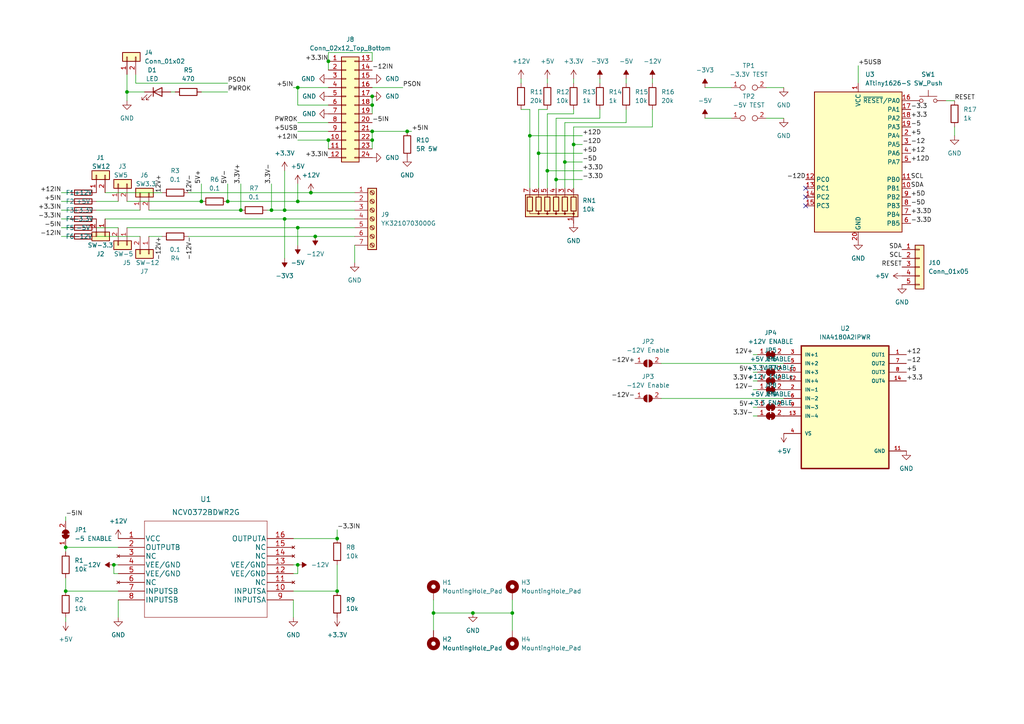
<source format=kicad_sch>
(kicad_sch (version 20211123) (generator eeschema)
  (paper "A4")
  (lib_symbols
    (symbol "2023-03-27_23-47-59:NCV0372BDWR2G" (pin_names (offset 0.254))
      (property "Reference" "U" (at 25.4 10.16 0))
      (property "Value" "NCV0372BDWR2G" (at 25.4 7.62 0))
      (symbol "NCV0372BDWR2G_1_1"
        (pin power_in line (at 0 0 0) (length 7.62) (name "VCC") (number "1"))
        (pin input line (at 50.8 -15.24 180) (length 7.62) (name "INPUTSA") (number "10"))
        (pin no_connect line (at 50.8 -12.7 180) (length 7.62) (name "NC") (number "11"))
        (pin power_in line (at 50.8 -10.16 180) (length 7.62) (name "VEE/GND") (number "12"))
        (pin power_in line (at 50.8 -7.62 180) (length 7.62) (name "VEE/GND") (number "13"))
        (pin no_connect line (at 50.8 -5.08 180) (length 7.62) (name "NC") (number "14"))
        (pin no_connect line (at 50.8 -2.54 180) (length 7.62) (name "NC") (number "15"))
        (pin output line (at 50.8 0 180) (length 7.62) (name "OUTPUTA") (number "16"))
        (pin output line (at 0 -2.54 0) (length 7.62) (name "OUTPUTB") (number "2"))
        (pin no_connect line (at 0 -5.08 0) (length 7.62) (name "NC") (number "3"))
        (pin power_in line (at 0 -7.62 0) (length 7.62) (name "VEE/GND") (number "4"))
        (pin power_in line (at 0 -10.16 0) (length 7.62) (name "VEE/GND") (number "5"))
        (pin no_connect line (at 0 -12.7 0) (length 7.62) (name "NC") (number "6"))
        (pin input line (at 0 -15.24 0) (length 7.62) (name "INPUTSB") (number "7"))
        (pin input line (at 0 -17.78 0) (length 7.62) (name "INPUTSB") (number "8"))
        (pin input line (at 50.8 -17.78 180) (length 7.62) (name "INPUTSA") (number "9"))
      )
    )
    (symbol "Connector:Screw_Terminal_01x07" (pin_names (offset 1.016) hide)
      (property "Reference" "J" (at 0 10.16 0))
      (property "Value" "Screw_Terminal_01x07" (at 0 -10.16 0))
      (symbol "Screw_Terminal_01x07_1_1"
        (pin passive line (at -5.08 7.62 0) (length 3.81) (name "Pin_1") (number "1"))
        (pin passive line (at -5.08 5.08 0) (length 3.81) (name "Pin_2") (number "2"))
        (pin passive line (at -5.08 2.54 0) (length 3.81) (name "Pin_3") (number "3"))
        (pin passive line (at -5.08 0 0) (length 3.81) (name "Pin_4") (number "4"))
        (pin passive line (at -5.08 -2.54 0) (length 3.81) (name "Pin_5") (number "5"))
        (pin passive line (at -5.08 -5.08 0) (length 3.81) (name "Pin_6") (number "6"))
        (pin passive line (at -5.08 -7.62 0) (length 3.81) (name "Pin_7") (number "7"))
      )
    )
    (symbol "Connector:TestPoint_2Pole" (pin_names (offset 0.762) hide)
      (property "Reference" "TP" (at 0 1.524 0))
      (property "Value" "TestPoint_2Pole" (at 0 -1.778 0))
      (symbol "TestPoint_2Pole_0_1"
        (pin passive line (at -5.08 0 0) (length 2.54) (name "1") (number "1"))
        (pin passive line (at 5.08 0 180) (length 2.54) (name "2") (number "2"))
      )
    )
    (symbol "Connector_Generic:Conn_01x02" (pin_names (offset 1.016) hide)
      (property "Reference" "J" (at 0 2.54 0))
      (property "Value" "Conn_01x02" (at 0 -5.08 0))
      (symbol "Conn_01x02_1_1"
        (pin passive line (at -5.08 0 0) (length 3.81) (name "Pin_1") (number "1"))
        (pin passive line (at -5.08 -2.54 0) (length 3.81) (name "Pin_2") (number "2"))
      )
    )
    (symbol "Connector_Generic:Conn_01x05" (pin_names (offset 1.016) hide)
      (property "Reference" "J" (at 0 7.62 0))
      (property "Value" "Conn_01x05" (at 0 -7.62 0))
      (symbol "Conn_01x05_1_1"
        (pin passive line (at -5.08 5.08 0) (length 3.81) (name "Pin_1") (number "1"))
        (pin passive line (at -5.08 2.54 0) (length 3.81) (name "Pin_2") (number "2"))
        (pin passive line (at -5.08 0 0) (length 3.81) (name "Pin_3") (number "3"))
        (pin passive line (at -5.08 -2.54 0) (length 3.81) (name "Pin_4") (number "4"))
        (pin passive line (at -5.08 -5.08 0) (length 3.81) (name "Pin_5") (number "5"))
      )
    )
    (symbol "Connector_Generic:Conn_02x12_Top_Bottom" (pin_names (offset 1.016) hide)
      (property "Reference" "J" (at 1.27 15.24 0))
      (property "Value" "Conn_02x12_Top_Bottom" (at 1.27 -17.78 0))
      (symbol "Conn_02x12_Top_Bottom_1_1"
        (pin passive line (at -5.08 12.7 0) (length 3.81) (name "Pin_1") (number "1"))
        (pin passive line (at -5.08 -10.16 0) (length 3.81) (name "Pin_10") (number "10"))
        (pin passive line (at -5.08 -12.7 0) (length 3.81) (name "Pin_11") (number "11"))
        (pin passive line (at -5.08 -15.24 0) (length 3.81) (name "Pin_12") (number "12"))
        (pin passive line (at 7.62 12.7 180) (length 3.81) (name "Pin_13") (number "13"))
        (pin passive line (at 7.62 10.16 180) (length 3.81) (name "Pin_14") (number "14"))
        (pin passive line (at 7.62 7.62 180) (length 3.81) (name "Pin_15") (number "15"))
        (pin passive line (at 7.62 5.08 180) (length 3.81) (name "Pin_16") (number "16"))
        (pin passive line (at 7.62 2.54 180) (length 3.81) (name "Pin_17") (number "17"))
        (pin passive line (at 7.62 0 180) (length 3.81) (name "Pin_18") (number "18"))
        (pin passive line (at 7.62 -2.54 180) (length 3.81) (name "Pin_19") (number "19"))
        (pin passive line (at -5.08 10.16 0) (length 3.81) (name "Pin_2") (number "2"))
        (pin passive line (at 7.62 -5.08 180) (length 3.81) (name "Pin_20") (number "20"))
        (pin passive line (at 7.62 -7.62 180) (length 3.81) (name "Pin_21") (number "21"))
        (pin passive line (at 7.62 -10.16 180) (length 3.81) (name "Pin_22") (number "22"))
        (pin passive line (at 7.62 -12.7 180) (length 3.81) (name "Pin_23") (number "23"))
        (pin passive line (at 7.62 -15.24 180) (length 3.81) (name "Pin_24") (number "24"))
        (pin passive line (at -5.08 7.62 0) (length 3.81) (name "Pin_3") (number "3"))
        (pin passive line (at -5.08 5.08 0) (length 3.81) (name "Pin_4") (number "4"))
        (pin passive line (at -5.08 2.54 0) (length 3.81) (name "Pin_5") (number "5"))
        (pin passive line (at -5.08 0 0) (length 3.81) (name "Pin_6") (number "6"))
        (pin passive line (at -5.08 -2.54 0) (length 3.81) (name "Pin_7") (number "7"))
        (pin passive line (at -5.08 -5.08 0) (length 3.81) (name "Pin_8") (number "8"))
        (pin passive line (at -5.08 -7.62 0) (length 3.81) (name "Pin_9") (number "9"))
      )
    )
    (symbol "Device:Fuse" (pin_numbers hide) (pin_names (offset 0))
      (property "Reference" "F" (at 2.032 0 90))
      (property "Value" "Fuse" (at -1.905 0 90))
      (symbol "Fuse_1_1"
        (pin passive line (at 0 3.81 270) (length 1.27) (name "~") (number "1"))
        (pin passive line (at 0 -3.81 90) (length 1.27) (name "~") (number "2"))
      )
    )
    (symbol "Device:LED" (pin_numbers hide) (pin_names (offset 1.016) hide)
      (property "Reference" "D" (at 0 2.54 0))
      (property "Value" "LED" (at 0 -2.54 0))
      (symbol "LED_1_1"
        (pin passive line (at -3.81 0 0) (length 2.54) (name "K") (number "1"))
        (pin passive line (at 3.81 0 180) (length 2.54) (name "A") (number "2"))
      )
    )
    (symbol "Device:R" (pin_numbers hide) (pin_names (offset 0))
      (property "Reference" "R" (at 2.032 0 90))
      (property "Value" "R" (at 0 0 90))
      (symbol "R_1_1"
        (pin passive line (at 0 3.81 270) (length 1.27) (name "~") (number "1"))
        (pin passive line (at 0 -3.81 90) (length 1.27) (name "~") (number "2"))
      )
    )
    (symbol "Device:R_Network06" (pin_names (offset 0) hide)
      (property "Reference" "RN" (at -10.16 0 90))
      (property "Value" "R_Network06" (at 7.62 0 90))
      (symbol "R_Network06_1_1"
        (pin passive line (at -7.62 5.08 270) (length 2.54) (name "common") (number "1"))
        (pin passive line (at -7.62 -5.08 90) (length 1.27) (name "R1") (number "2"))
        (pin passive line (at -5.08 -5.08 90) (length 1.27) (name "R2") (number "3"))
        (pin passive line (at -2.54 -5.08 90) (length 1.27) (name "R3") (number "4"))
        (pin passive line (at 0 -5.08 90) (length 1.27) (name "R4") (number "5"))
        (pin passive line (at 2.54 -5.08 90) (length 1.27) (name "R5") (number "6"))
        (pin passive line (at 5.08 -5.08 90) (length 1.27) (name "R6") (number "7"))
      )
    )
    (symbol "INA4180A1IPWR:INA4180A1IPWR" (pin_names (offset 1.016))
      (property "Reference" "U" (at -12.7 18.7706 0))
      (property "Value" "INA4180A1IPWR" (at -12.7 -21.7678 0))
      (symbol "INA4180A1IPWR_0_0"
        (pin output line (at 17.78 15.24 180) (length 5.08) (name "OUT1") (number "1"))
        (pin input line (at -17.78 10.16 0) (length 5.08) (name "IN+3") (number "10"))
        (pin power_in line (at 17.78 -12.7 180) (length 5.08) (name "GND") (number "11"))
        (pin input line (at -17.78 7.62 0) (length 5.08) (name "IN+4") (number "12"))
        (pin input line (at -17.78 -2.54 0) (length 5.08) (name "IN-4") (number "13"))
        (pin output line (at 17.78 7.62 180) (length 5.08) (name "OUT4") (number "14"))
        (pin input line (at -17.78 5.08 0) (length 5.08) (name "IN-1") (number "2"))
        (pin input line (at -17.78 15.24 0) (length 5.08) (name "IN+1") (number "3"))
        (pin bidirectional line (at -17.78 -7.62 0) (length 5.08) (name "VS") (number "4"))
        (pin input line (at -17.78 12.7 0) (length 5.08) (name "IN+2") (number "5"))
        (pin input line (at -17.78 2.54 0) (length 5.08) (name "IN-2") (number "6"))
        (pin output line (at 17.78 12.7 180) (length 5.08) (name "OUT2") (number "7"))
        (pin output line (at 17.78 10.16 180) (length 5.08) (name "OUT3") (number "8"))
        (pin input line (at -17.78 0 0) (length 5.08) (name "IN-3") (number "9"))
      )
    )
    (symbol "Jumper:SolderJumper_2_Bridged" (pin_names (offset 0) hide)
      (property "Reference" "JP" (at 0 2.032 0))
      (property "Value" "SolderJumper_2_Bridged" (at 0 -2.54 0))
      (symbol "SolderJumper_2_Bridged_1_1"
        (pin passive line (at -3.81 0 0) (length 2.54) (name "A") (number "1"))
        (pin passive line (at 3.81 0 180) (length 2.54) (name "B") (number "2"))
      )
    )
    (symbol "Jumper:SolderJumper_2_Open" (pin_names (offset 0) hide)
      (property "Reference" "JP" (at 0 2.032 0))
      (property "Value" "SolderJumper_2_Open" (at 0 -2.54 0))
      (symbol "SolderJumper_2_Open_1_1"
        (pin passive line (at -3.81 0 0) (length 2.54) (name "A") (number "1"))
        (pin passive line (at 3.81 0 180) (length 2.54) (name "B") (number "2"))
      )
    )
    (symbol "MCU_Microchip_ATtiny:ATtiny1626-S"
      (property "Reference" "U" (at -12.7 21.59 0))
      (property "Value" "ATtiny1626-S" (at 2.54 -21.59 0))
      (symbol "ATtiny1626-S_1_1"
        (pin power_in line (at 0 22.86 270) (length 2.54) (name "VCC") (number "1"))
        (pin bidirectional line (at 15.24 -7.62 180) (length 2.54) (name "PB1") (number "10"))
        (pin bidirectional line (at 15.24 -5.08 180) (length 2.54) (name "PB0") (number "11"))
        (pin bidirectional line (at -15.24 -5.08 0) (length 2.54) (name "PC0") (number "12"))
        (pin bidirectional line (at -15.24 -7.62 0) (length 2.54) (name "PC1") (number "13"))
        (pin bidirectional line (at -15.24 -10.16 0) (length 2.54) (name "PC2") (number "14"))
        (pin bidirectional line (at -15.24 -12.7 0) (length 2.54) (name "PC3") (number "15"))
        (pin bidirectional line (at 15.24 17.78 180) (length 2.54) (name "~{RESET}/PA0") (number "16"))
        (pin bidirectional line (at 15.24 15.24 180) (length 2.54) (name "PA1") (number "17"))
        (pin bidirectional line (at 15.24 12.7 180) (length 2.54) (name "PA2") (number "18"))
        (pin bidirectional line (at 15.24 10.16 180) (length 2.54) (name "PA3") (number "19"))
        (pin bidirectional line (at 15.24 7.62 180) (length 2.54) (name "PA4") (number "2"))
        (pin power_in line (at 0 -22.86 90) (length 2.54) (name "GND") (number "20"))
        (pin bidirectional line (at 15.24 5.08 180) (length 2.54) (name "PA5") (number "3"))
        (pin bidirectional line (at 15.24 2.54 180) (length 2.54) (name "PA6") (number "4"))
        (pin bidirectional line (at 15.24 0 180) (length 2.54) (name "PA7") (number "5"))
        (pin bidirectional line (at 15.24 -17.78 180) (length 2.54) (name "PB5") (number "6"))
        (pin bidirectional line (at 15.24 -15.24 180) (length 2.54) (name "PB4") (number "7"))
        (pin bidirectional line (at 15.24 -12.7 180) (length 2.54) (name "PB3") (number "8"))
        (pin bidirectional line (at 15.24 -10.16 180) (length 2.54) (name "PB2") (number "9"))
      )
    )
    (symbol "Mechanical:MountingHole_Pad" (pin_numbers hide) (pin_names (offset 1.016) hide)
      (property "Reference" "H" (at 0 6.35 0))
      (property "Value" "MountingHole_Pad" (at 0 4.445 0))
      (symbol "MountingHole_Pad_1_1"
        (pin input line (at 0 -2.54 90) (length 2.54) (name "1") (number "1"))
      )
    )
    (symbol "Switch:SW_Push" (pin_numbers hide) (pin_names (offset 1.016) hide)
      (property "Reference" "SW" (at 1.27 2.54 0))
      (property "Value" "SW_Push" (at 0 -1.524 0))
      (symbol "SW_Push_0_1"
        (pin passive line (at -5.08 0 0) (length 2.54) (name "1") (number "1"))
        (pin passive line (at 5.08 0 180) (length 2.54) (name "2") (number "2"))
      )
    )
    (symbol "power:+12V" (power) (pin_names (offset 0))
      (property "Value" "+12V" (at 0 3.556 0))
      (symbol "+12V_1_1"
        (pin power_in line (at 0 0 90) (length 0) hide (name "+12V") (number "1"))
      )
    )
    (symbol "power:+3.3V" (power) (pin_names (offset 0))
      (property "Value" "+3.3V" (at 0 3.556 0))
      (symbol "+3.3V_1_1"
        (pin power_in line (at 0 0 90) (length 0) hide (name "+3.3V") (number "1"))
      )
    )
    (symbol "power:+5V" (power) (pin_names (offset 0))
      (property "Value" "+5V" (at 0 3.556 0))
      (symbol "+5V_1_1"
        (pin power_in line (at 0 0 90) (length 0) hide (name "+5V") (number "1"))
      )
    )
    (symbol "power:-12V" (power) (pin_names (offset 0))
      (property "Value" "-12V" (at 0 3.81 0))
      (symbol "-12V_0_0"
        (pin power_in line (at 0 0 90) (length 0) hide (name "-12V") (number "1"))
      )
    )
    (symbol "power:-3V3" (power) (pin_names (offset 0))
      (property "Value" "-3V3" (at 0 3.81 0))
      (symbol "-3V3_0_0"
        (pin power_in line (at 0 0 90) (length 0) hide (name "-3V3") (number "1"))
      )
    )
    (symbol "power:-5V" (power) (pin_names (offset 0))
      (property "Value" "-5V" (at 0 3.81 0))
      (symbol "-5V_0_0"
        (pin power_in line (at 0 0 90) (length 0) hide (name "-5V") (number "1"))
      )
    )
    (symbol "power:GND" (power) (pin_names (offset 0))
      (property "Value" "GND" (at 0 -3.81 0))
      (symbol "GND_1_1"
        (pin power_in line (at 0 0 270) (length 0) hide (name "GND") (number "1"))
      )
    )
  )
  (junction (at 95.25 17.78))
  (junction (at 97.79 156.21))
  (junction (at 69.85 60.96))
  (junction (at 107.95 38.1))
  (junction (at 86.36 66.04))
  (junction (at 118.11 38.1))
  (junction (at 153.67 39.37))
  (junction (at 161.29 52.07))
  (junction (at 19.05 171.45))
  (junction (at 125.73 177.8))
  (junction (at 163.83 46.99))
  (junction (at 36.83 26.67))
  (junction (at 107.95 30.48))
  (junction (at 156.21 44.45))
  (junction (at 166.37 41.91))
  (junction (at 158.75 49.53))
  (junction (at 19.05 158.75))
  (junction (at 97.79 171.45))
  (junction (at 107.95 40.64))
  (junction (at 90.17 55.88))
  (junction (at 82.55 60.96))
  (junction (at 33.02 163.83))
  (junction (at 95.25 40.64))
  (junction (at 148.59 177.8))
  (junction (at 58.42 58.42))
  (junction (at 86.36 163.83))
  (junction (at 86.36 25.4))
  (junction (at 78.74 60.96))
  (junction (at 91.44 68.58))
  (junction (at 107.95 27.94))
  (junction (at 82.55 63.5))
  (junction (at 86.36 58.42))
  (junction (at 137.16 177.8))
  (junction (at 66.04 58.42))
  (no_connect (at 233.68 59.69))
  (no_connect (at 233.68 57.15))
  (no_connect (at 233.68 54.61))
  (wire (pts (xy 19.05 149.86) (xy 19.05 151.13)))
  (wire (pts (xy 85.09 163.83) (xy 86.36 163.83)))
  (wire (pts (xy 86.36 25.4) (xy 95.25 25.4)))
  (wire (pts (xy 166.37 22.86) (xy 166.37 24.13)))
  (wire (pts (xy 137.16 177.8) (xy 125.73 177.8)))
  (wire (pts (xy 27.94 58.42) (xy 34.29 58.42)))
  (wire (pts (xy 86.36 38.1) (xy 95.25 38.1)))
  (wire (pts (xy 153.67 31.75) (xy 151.13 31.75)))
  (wire (pts (xy 173.99 22.86) (xy 173.99 24.13)))
  (wire (pts (xy 36.83 26.67) (xy 41.91 26.67)))
  (wire (pts (xy 86.36 30.48) (xy 86.36 25.4)))
  (wire (pts (xy 77.47 60.96) (xy 78.74 60.96)))
  (wire (pts (xy 17.78 58.42) (xy 20.32 58.42)))
  (wire (pts (xy 156.21 44.45) (xy 168.91 44.45)))
  (wire (pts (xy 36.83 66.04) (xy 86.36 66.04)))
  (wire (pts (xy 107.95 30.48) (xy 107.95 33.02)))
  (wire (pts (xy 107.95 25.4) (xy 116.84 25.4)))
  (wire (pts (xy 85.09 156.21) (xy 97.79 156.21)))
  (wire (pts (xy 204.47 34.29) (xy 212.09 34.29)))
  (wire (pts (xy 66.04 58.42) (xy 86.36 58.42)))
  (wire (pts (xy 95.25 40.64) (xy 86.36 40.64)))
  (wire (pts (xy 78.74 60.96) (xy 82.55 60.96)))
  (wire (pts (xy 82.55 49.53) (xy 82.55 60.96)))
  (wire (pts (xy 58.42 53.34) (xy 58.42 58.42)))
  (wire (pts (xy 30.48 63.5) (xy 82.55 63.5)))
  (wire (pts (xy 161.29 52.07) (xy 168.91 52.07)))
  (wire (pts (xy 95.25 15.24) (xy 95.25 17.78)))
  (wire (pts (xy 27.94 66.04) (xy 34.29 66.04)))
  (wire (pts (xy 274.32 29.21) (xy 276.86 29.21)))
  (wire (pts (xy 54.61 68.58) (xy 91.44 68.58)))
  (wire (pts (xy 82.55 63.5) (xy 102.87 63.5)))
  (wire (pts (xy 95.25 43.18) (xy 95.25 40.64)))
  (wire (pts (xy 19.05 160.02) (xy 19.05 158.75)))
  (wire (pts (xy 97.79 163.83) (xy 97.79 171.45)))
  (wire (pts (xy 125.73 182.88) (xy 125.73 177.8)))
  (wire (pts (xy 107.95 40.64) (xy 107.95 43.18)))
  (wire (pts (xy 17.78 66.04) (xy 20.32 66.04)))
  (wire (pts (xy 166.37 33.02) (xy 166.37 31.75)))
  (wire (pts (xy 33.02 163.83) (xy 34.29 163.83)))
  (wire (pts (xy 85.09 171.45) (xy 97.79 171.45)))
  (wire (pts (xy 82.55 60.96) (xy 102.87 60.96)))
  (wire (pts (xy 107.95 38.1) (xy 118.11 38.1)))
  (wire (pts (xy 86.36 66.04) (xy 102.87 66.04)))
  (wire (pts (xy 36.83 58.42) (xy 58.42 58.42)))
  (wire (pts (xy 189.23 22.86) (xy 189.23 24.13)))
  (wire (pts (xy 107.95 17.78) (xy 107.95 15.24)))
  (wire (pts (xy 158.75 33.02) (xy 158.75 49.53)))
  (wire (pts (xy 248.92 19.05) (xy 248.92 24.13)))
  (wire (pts (xy 102.87 71.12) (xy 102.87 76.2)))
  (wire (pts (xy 181.61 35.56) (xy 181.61 31.75)))
  (wire (pts (xy 204.47 25.4) (xy 212.09 25.4)))
  (wire (pts (xy 166.37 41.91) (xy 168.91 41.91)))
  (wire (pts (xy 27.94 68.58) (xy 40.64 68.58)))
  (wire (pts (xy 86.36 58.42) (xy 102.87 58.42)))
  (wire (pts (xy 163.83 35.56) (xy 163.83 46.99)))
  (wire (pts (xy 34.29 166.37) (xy 33.02 166.37)))
  (wire (pts (xy 189.23 36.83) (xy 189.23 31.75)))
  (wire (pts (xy 151.13 22.86) (xy 151.13 24.13)))
  (wire (pts (xy 158.75 22.86) (xy 158.75 24.13)))
  (wire (pts (xy 156.21 31.75) (xy 156.21 44.45)))
  (wire (pts (xy 158.75 49.53) (xy 168.91 49.53)))
  (wire (pts (xy 43.18 68.58) (xy 46.99 68.58)))
  (wire (pts (xy 107.95 38.1) (xy 107.95 40.64)))
  (wire (pts (xy 95.25 17.78) (xy 95.25 20.32)))
  (wire (pts (xy 90.17 55.88) (xy 102.87 55.88)))
  (wire (pts (xy 19.05 171.45) (xy 34.29 171.45)))
  (wire (pts (xy 85.09 166.37) (xy 86.36 166.37)))
  (wire (pts (xy 91.44 68.58) (xy 102.87 68.58)))
  (wire (pts (xy 158.75 31.75) (xy 156.21 31.75)))
  (wire (pts (xy 218.44 118.11) (xy 219.71 118.11)))
  (wire (pts (xy 148.59 177.8) (xy 148.59 173.99)))
  (wire (pts (xy 161.29 34.29) (xy 173.99 34.29)))
  (wire (pts (xy 17.78 60.96) (xy 20.32 60.96)))
  (wire (pts (xy 166.37 41.91) (xy 166.37 54.61)))
  (wire (pts (xy 86.36 166.37) (xy 86.36 163.83)))
  (wire (pts (xy 218.44 107.95) (xy 219.71 107.95)))
  (wire (pts (xy 161.29 34.29) (xy 161.29 52.07)))
  (wire (pts (xy 156.21 44.45) (xy 156.21 54.61)))
  (wire (pts (xy 148.59 182.88) (xy 148.59 177.8)))
  (wire (pts (xy 107.95 15.24) (xy 95.25 15.24)))
  (wire (pts (xy 27.94 60.96) (xy 40.64 60.96)))
  (wire (pts (xy 218.44 120.65) (xy 219.71 120.65)))
  (wire (pts (xy 30.48 55.88) (xy 46.99 55.88)))
  (wire (pts (xy 163.83 35.56) (xy 181.61 35.56)))
  (wire (pts (xy 158.75 49.53) (xy 158.75 54.61)))
  (wire (pts (xy 33.02 166.37) (xy 33.02 163.83)))
  (wire (pts (xy 153.67 39.37) (xy 153.67 31.75)))
  (wire (pts (xy 86.36 35.56) (xy 95.25 35.56)))
  (wire (pts (xy 218.44 110.49) (xy 219.71 110.49)))
  (wire (pts (xy 227.33 34.29) (xy 222.25 34.29)))
  (wire (pts (xy 34.29 173.99) (xy 34.29 179.07)))
  (wire (pts (xy 17.78 68.58) (xy 20.32 68.58)))
  (wire (pts (xy 78.74 53.34) (xy 78.74 60.96)))
  (wire (pts (xy 58.42 26.67) (xy 66.04 26.67)))
  (wire (pts (xy 125.73 173.99) (xy 125.73 177.8)))
  (wire (pts (xy 86.36 66.04) (xy 86.36 71.12)))
  (wire (pts (xy 153.67 39.37) (xy 168.91 39.37)))
  (wire (pts (xy 19.05 167.64) (xy 19.05 171.45)))
  (wire (pts (xy 66.04 53.34) (xy 66.04 58.42)))
  (wire (pts (xy 36.83 29.21) (xy 36.83 26.67)))
  (wire (pts (xy 85.09 25.4) (xy 86.36 25.4)))
  (wire (pts (xy 107.95 27.94) (xy 107.95 30.48)))
  (wire (pts (xy 276.86 36.83) (xy 276.86 39.37)))
  (wire (pts (xy 191.77 115.57) (xy 227.33 115.57)))
  (wire (pts (xy 86.36 53.34) (xy 86.36 58.42)))
  (wire (pts (xy 118.11 38.1) (xy 119.38 38.1)))
  (wire (pts (xy 95.25 30.48) (xy 86.36 30.48)))
  (wire (pts (xy 36.83 21.59) (xy 36.83 26.67)))
  (wire (pts (xy 19.05 179.07) (xy 19.05 180.34)))
  (wire (pts (xy 158.75 33.02) (xy 166.37 33.02)))
  (wire (pts (xy 163.83 46.99) (xy 163.83 54.61)))
  (wire (pts (xy 173.99 31.75) (xy 173.99 34.29)))
  (wire (pts (xy 39.37 24.13) (xy 39.37 21.59)))
  (wire (pts (xy 166.37 36.83) (xy 166.37 41.91)))
  (wire (pts (xy 166.37 36.83) (xy 189.23 36.83)))
  (wire (pts (xy 137.16 177.8) (xy 148.59 177.8)))
  (wire (pts (xy 153.67 54.61) (xy 153.67 39.37)))
  (wire (pts (xy 163.83 46.99) (xy 168.91 46.99)))
  (wire (pts (xy 17.78 63.5) (xy 20.32 63.5)))
  (wire (pts (xy 43.18 60.96) (xy 69.85 60.96)))
  (wire (pts (xy 17.78 55.88) (xy 20.32 55.88)))
  (wire (pts (xy 19.05 158.75) (xy 34.29 158.75)))
  (wire (pts (xy 218.44 102.87) (xy 219.71 102.87)))
  (wire (pts (xy 54.61 55.88) (xy 90.17 55.88)))
  (wire (pts (xy 69.85 53.34) (xy 69.85 60.96)))
  (wire (pts (xy 85.09 173.99) (xy 85.09 179.07)))
  (wire (pts (xy 82.55 74.93) (xy 82.55 63.5)))
  (wire (pts (xy 49.53 26.67) (xy 50.8 26.67)))
  (wire (pts (xy 218.44 113.03) (xy 219.71 113.03)))
  (wire (pts (xy 191.77 105.41) (xy 227.33 105.41)))
  (wire (pts (xy 97.79 153.67) (xy 97.79 156.21)))
  (wire (pts (xy 39.37 24.13) (xy 66.04 24.13)))
  (wire (pts (xy 227.33 25.4) (xy 222.25 25.4)))
  (wire (pts (xy 161.29 52.07) (xy 161.29 54.61)))
  (wire (pts (xy 181.61 22.86) (xy 181.61 24.13)))
  (label "-12D" (at 233.68 52.07 180))
  (label "SCL" (at 264.16 52.07 0))
  (label "12V+" (at 218.44 102.87 180))
  (label "+5" (at 264.16 39.37 0))
  (label "-12V-" (at 184.15 115.57 180))
  (label "-3.3IN" (at 17.78 63.5 180))
  (label "-5IN" (at 17.78 66.04 180))
  (label "3.3V+" (at 69.85 53.34 90))
  (label "+3.3IN" (at 17.78 60.96 180))
  (label "SDA" (at 264.16 54.61 0))
  (label "+12IN" (at 17.78 55.88 180))
  (label "-12IN" (at 17.78 68.58 180))
  (label "5V-" (at 66.04 53.34 90))
  (label "-3.3D" (at 264.16 64.77 0))
  (label "+5USB" (at 248.92 19.05 0))
  (label "PSON" (at 116.84 25.4 0))
  (label "-3.3" (at 264.16 31.75 0))
  (label "5V-" (at 218.44 118.11 180))
  (label "+3.3IN" (at 95.25 45.72 180))
  (label "+12D" (at 264.16 46.99 0))
  (label "-12V-" (at 55.88 68.58 270))
  (label "-5" (at 264.16 36.83 0))
  (label "5V+" (at 218.44 107.95 180))
  (label "+3.3IN" (at 95.25 17.78 180))
  (label "PWROK" (at 86.36 35.56 180))
  (label "RESET" (at 261.62 77.47 180))
  (label "5V+" (at 58.42 53.34 90))
  (label "+5USB" (at 86.36 38.1 180))
  (label "-12V+" (at 184.15 105.41 180))
  (label "3.3V-" (at 218.44 120.65 180))
  (label "+5D" (at 264.16 57.15 0))
  (label "+12" (at 264.16 44.45 0))
  (label "+5IN" (at 119.38 38.1 0))
  (label "+3.3D" (at 168.91 49.53 0))
  (label "+5D" (at 168.91 44.45 0))
  (label "+5IN" (at 17.78 58.42 180))
  (label "-12IN" (at 107.95 20.32 0))
  (label "-12" (at 262.89 105.41 0))
  (label "-12V+" (at 46.99 68.58 270))
  (label "+5" (at 262.89 107.95 0))
  (label "+5IN" (at 85.09 25.4 180))
  (label "+3.3D" (at 264.16 62.23 0))
  (label "-5IN" (at 19.05 149.86 0))
  (label "-3.3D" (at 168.91 52.07 0))
  (label "-5D" (at 168.91 46.99 0))
  (label "SDA" (at 261.62 72.39 180))
  (label "+12D" (at 168.91 39.37 0))
  (label "+3.3" (at 262.89 110.49 0))
  (label "-5IN" (at 107.95 35.56 0))
  (label "PSON" (at 66.04 24.13 0))
  (label "-12D" (at 168.91 41.91 0))
  (label "-5D" (at 264.16 59.69 0))
  (label "3.3V-" (at 78.74 53.34 90))
  (label "RESET" (at 276.86 29.21 0))
  (label "PWROK" (at 66.04 26.67 0))
  (label "-3.3IN" (at 97.79 153.67 0))
  (label "+12" (at 262.89 102.87 0))
  (label "3.3V+" (at 218.44 110.49 180))
  (label "+3.3" (at 264.16 34.29 0))
  (label "-12" (at 264.16 41.91 0))
  (label "+12IN" (at 86.36 40.64 180))
  (label "SCL" (at 261.62 74.93 180))
  (label "12V-" (at 55.88 55.88 90))
  (label "12V+" (at 46.99 55.88 90))
  (label "12V-" (at 218.44 113.03 180))
  (symbol (lib_id "Jumper:SolderJumper_2_Bridged") (at 223.52 110.49 0) (unit 1)
    (property "Reference" "JP6" (at 223.52 104.14 0))
    (property "Value" "+3.3V ENABLE" (at 223.52 106.68 0))
    (property "Footprint" "Jumper:SolderJumper-2_P1.3mm_Bridged_Pad1.0x1.5mm" (effects hide))
  )
  (symbol (lib_id "power:+5V") (at 158.75 22.86 0) (unit 1)
    (property "Reference" "#PWR025" (effects hide))
    (property "Value" "+5V" (at 158.75 17.78 0))
  )
  (symbol (lib_id "Device:R") (at 50.8 68.58 90) (mirror x) (unit 1)
    (property "Reference" "R4" (at 50.8 74.93 90))
    (property "Value" "0.1" (at 50.8 72.39 90))
    (property "Footprint" "Resistor_THT:R_Bare_Metal_Element_L16.3mm_W4.8mm_P15.30mm" (effects hide))
  )
  (symbol (lib_id "Device:R") (at 158.75 27.94 0) (unit 1)
    (property "Reference" "R12" (at 161.29 26.6699 0) (effects (justify left)))
    (property "Value" "10k" (at 161.29 29.2099 0) (effects (justify left)))
    (property "Footprint" "Resistor_THT:R_Axial_DIN0207_L6.3mm_D2.5mm_P7.62mm_Horizontal" (effects hide))
  )
  (symbol (lib_id "power:GND") (at 95.25 27.94 270) (unit 1)
    (property "Reference" "#PWR015" (effects hide))
    (property "Value" "GND" (at 87.63 27.94 90) (effects (justify left)))
  )
  (symbol (lib_id "power:GND") (at 107.95 22.86 90) (unit 1)
    (property "Reference" "#PWR019" (effects hide))
    (property "Value" "GND" (at 111.76 22.8599 90) (effects (justify right)))
  )
  (symbol (lib_id "Device:R") (at 97.79 175.26 0) (unit 1)
    (property "Reference" "R9" (at 100.33 173.9899 0) (effects (justify left)))
    (property "Value" "10k" (at 100.33 176.5299 0) (effects (justify left)))
    (property "Footprint" "Resistor_THT:R_Axial_DIN0207_L6.3mm_D2.5mm_P7.62mm_Horizontal" (effects hide))
  )
  (symbol (lib_id "power:GND") (at 107.95 27.94 90) (unit 1)
    (property "Reference" "#PWR020" (effects hide))
    (property "Value" "GND" (at 111.76 27.9399 90) (effects (justify right)))
  )
  (symbol (lib_id "power:GND") (at 107.95 45.72 90) (unit 1)
    (property "Reference" "#PWR021" (effects hide))
    (property "Value" "GND" (at 111.76 45.7199 90) (effects (justify right)))
  )
  (symbol (lib_id "power:-5V") (at 86.36 71.12 180) (unit 1)
    (property "Reference" "#PWR010" (effects hide))
    (property "Value" "-5V" (at 86.36 76.2 0))
  )
  (symbol (lib_id "Jumper:SolderJumper_2_Bridged") (at 223.52 113.03 0) (unit 1)
    (property "Reference" "JP7" (at 223.52 106.68 0))
    (property "Value" "+12V ENABLe" (at 223.52 109.22 0))
    (property "Footprint" "Jumper:SolderJumper-2_P1.3mm_Bridged_Pad1.0x1.5mm" (effects hide))
  )
  (symbol (lib_id "Device:R") (at 173.99 27.94 0) (unit 1)
    (property "Reference" "R14" (at 176.53 26.6699 0) (effects (justify left)))
    (property "Value" "1k" (at 176.53 29.2099 0) (effects (justify left)))
    (property "Footprint" "Resistor_THT:R_Axial_DIN0207_L6.3mm_D2.5mm_P7.62mm_Horizontal" (effects hide))
  )
  (symbol (lib_id "Device:R") (at 97.79 160.02 0) (unit 1)
    (property "Reference" "R8" (at 100.33 158.7499 0) (effects (justify left)))
    (property "Value" "10k" (at 100.33 161.2899 0) (effects (justify left)))
    (property "Footprint" "Resistor_THT:R_Axial_DIN0207_L6.3mm_D2.5mm_P7.62mm_Horizontal" (effects hide))
  )
  (symbol (lib_id "power:GND") (at 248.92 69.85 0) (unit 1)
    (property "Reference" "#PWR036" (effects hide))
    (property "Value" "GND" (at 248.92 74.93 0))
  )
  (symbol (lib_id "power:-3V3") (at 204.47 25.4 0) (unit 1)
    (property "Reference" "#PWR031" (effects hide))
    (property "Value" "-3V3" (at 204.47 20.32 0))
  )
  (symbol (lib_id "power:+5V") (at 227.33 125.73 180) (unit 1)
    (property "Reference" "#PWR035" (effects hide))
    (property "Value" "+5V" (at 227.33 130.81 0))
  )
  (symbol (lib_id "Connector:Screw_Terminal_01x07") (at 107.95 63.5 0) (unit 1)
    (property "Reference" "J9" (at 110.49 62.2299 0) (effects (justify left)))
    (property "Value" "YK3210703000G" (at 110.49 64.7699 0) (effects (justify left)))
    (property "Footprint" "Connector_Phoenix_GMSTB:PhoenixContact_GMSTBVA_2,5_7-G-7,62_1x07_P7.62mm_Vertical" (effects hide))
  )
  (symbol (lib_id "power:+3.3V") (at 166.37 22.86 0) (unit 1)
    (property "Reference" "#PWR026" (effects hide))
    (property "Value" "+3.3V" (at 166.37 17.78 0))
  )
  (symbol (lib_id "Connector_Generic:Conn_01x02") (at 30.48 68.58 270) (unit 1)
    (property "Reference" "J2" (at 27.94 73.66 90) (effects (justify left)))
    (property "Value" "SW-3.3" (at 25.4 71.12 90) (effects (justify left)))
    (property "Footprint" "Connector_AMASS:AMASS_XT30U-F_1x02_P5.0mm_Vertical" (effects hide))
  )
  (symbol (lib_id "Device:R") (at 189.23 27.94 0) (unit 1)
    (property "Reference" "R16" (at 191.77 26.6699 0) (effects (justify left)))
    (property "Value" "20k" (at 191.77 29.2099 0) (effects (justify left)))
    (property "Footprint" "Resistor_THT:R_Axial_DIN0207_L6.3mm_D2.5mm_P7.62mm_Horizontal" (effects hide))
  )
  (symbol (lib_id "Mechanical:MountingHole_Pad") (at 148.59 171.45 0) (unit 1)
    (property "Reference" "H3" (at 151.13 168.9099 0) (effects (justify left)))
    (property "Value" "MountingHole_Pad" (at 151.13 171.4499 0) (effects (justify left)))
    (property "Footprint" "MountingHole:MountingHole_3.2mm_M3_DIN965_Pad" (effects hide))
  )
  (symbol (lib_id "Jumper:SolderJumper_2_Bridged") (at 223.52 107.95 0) (unit 1)
    (property "Reference" "JP5" (at 223.52 101.6 0))
    (property "Value" "+5V ENABLE" (at 223.52 104.14 0))
    (property "Footprint" "Jumper:SolderJumper-2_P1.3mm_Bridged_Pad1.0x1.5mm" (effects hide))
  )
  (symbol (lib_id "power:GND") (at 118.11 45.72 0) (unit 1)
    (property "Reference" "#PWR022" (effects hide))
    (property "Value" "GND" (at 118.11 50.8 0))
  )
  (symbol (lib_id "Jumper:SolderJumper_2_Open") (at 187.96 115.57 0) (unit 1)
    (property "Reference" "JP3" (at 187.96 109.22 0))
    (property "Value" "-12V Enable" (at 187.96 111.76 0))
    (property "Footprint" "Jumper:SolderJumper-2_P1.3mm_Open_Pad1.0x1.5mm" (effects hide))
  )
  (symbol (lib_id "power:-12V") (at 91.44 68.58 180) (unit 1)
    (property "Reference" "#PWR013" (effects hide))
    (property "Value" "-12V" (at 91.44 73.66 0))
  )
  (symbol (lib_id "MCU_Microchip_ATtiny:ATtiny1626-S") (at 248.92 46.99 0) (unit 1)
    (property "Reference" "U3" (at 250.9394 21.59 0) (effects (justify left)))
    (property "Value" "ATtiny1626-S" (at 250.9394 24.13 0) (effects (justify left)))
    (property "Footprint" "Package_SO:SOIC-20W_7.5x12.8mm_P1.27mm" (effects hide))
    (property "Datasheet" "https://ww1.microchip.com/downloads/en/DeviceDoc/ATtiny1624-26-27-DataSheet-DS40002234A.pdf" (effects hide))
  )
  (symbol (lib_id "Device:R") (at 181.61 27.94 0) (unit 1)
    (property "Reference" "R15" (at 184.15 26.6699 0) (effects (justify left)))
    (property "Value" "10k" (at 184.15 29.2099 0) (effects (justify left)))
    (property "Footprint" "Resistor_THT:R_Axial_DIN0207_L6.3mm_D2.5mm_P7.62mm_Horizontal" (effects hide))
  )
  (symbol (lib_id "Device:R") (at 19.05 163.83 0) (unit 1)
    (property "Reference" "R1" (at 21.59 162.5599 0) (effects (justify left)))
    (property "Value" "10k" (at 21.59 165.0999 0) (effects (justify left)))
    (property "Footprint" "Resistor_THT:R_Axial_DIN0207_L6.3mm_D2.5mm_P7.62mm_Horizontal" (effects hide))
  )
  (symbol (lib_id "Device:R") (at 151.13 27.94 0) (unit 1)
    (property "Reference" "R11" (at 153.67 26.6699 0) (effects (justify left)))
    (property "Value" "20k" (at 153.67 29.2099 0) (effects (justify left)))
    (property "Footprint" "Resistor_THT:R_Axial_DIN0207_L6.3mm_D2.5mm_P7.62mm_Horizontal" (effects hide))
  )
  (symbol (lib_id "Jumper:SolderJumper_2_Bridged") (at 19.05 154.94 90) (unit 1)
    (property "Reference" "JP1" (at 21.59 153.6699 90) (effects (justify right)))
    (property "Value" "-5 ENABLE" (at 21.59 156.2099 90) (effects (justify right)))
    (property "Footprint" "Jumper:SolderJumper-2_P1.3mm_Bridged_Pad1.0x1.5mm" (effects hide))
  )
  (symbol (lib_id "Connector:TestPoint_2Pole") (at 217.17 34.29 0) (unit 1)
    (property "Reference" "TP2" (at 217.17 27.94 0))
    (property "Value" "-5V TEST" (at 217.17 30.48 0))
    (property "Footprint" "TestPoint:TestPoint_2Pads_Pitch2.54mm_Drill0.8mm" (effects hide))
  )
  (symbol (lib_id "power:-12V") (at 86.36 163.83 270) (unit 1)
    (property "Reference" "#PWR011" (effects hide))
    (property "Value" "-12V" (at 90.17 163.8299 90) (effects (justify left)))
  )
  (symbol (lib_id "power:GND") (at 95.25 22.86 270) (unit 1)
    (property "Reference" "#PWR014" (effects hide))
    (property "Value" "GND" (at 91.44 22.8599 90) (effects (justify right)))
  )
  (symbol (lib_id "power:+12V") (at 34.29 156.21 0) (unit 1)
    (property "Reference" "#PWR03" (effects hide))
    (property "Value" "+12V" (at 34.29 151.13 0))
  )
  (symbol (lib_id "Switch:SW_Push") (at 269.24 29.21 0) (unit 1)
    (property "Reference" "SW1" (at 269.24 21.59 0))
    (property "Value" "SW_Push" (at 269.24 24.13 0))
    (property "Footprint" "Button_Switch_THT:SW_PUSH_6mm" (effects hide))
  )
  (symbol (lib_id "Connector_Generic:Conn_01x02") (at 27.94 50.8 90) (unit 1)
    (property "Reference" "J1" (at 27.94 45.72 90) (effects (justify right)))
    (property "Value" "SW12" (at 26.67 48.26 90) (effects (justify right)))
    (property "Footprint" "Connector_AMASS:AMASS_XT30U-F_1x02_P5.0mm_Vertical" (effects hide))
  )
  (symbol (lib_id "2023-03-27_23-47-59:NCV0372BDWR2G") (at 34.29 156.21 0) (unit 1)
    (property "Reference" "U1" (at 59.69 144.78 0) (effects (font (size 1.524 1.524))))
    (property "Value" "NCV0372BDWR2G" (at 59.69 148.59 0) (effects (font (size 1.524 1.524))))
    (property "Footprint" "footprints:NCV0372BDWR2G" (effects hide))
  )
  (symbol (lib_id "power:-3V3") (at 82.55 74.93 180) (unit 1)
    (property "Reference" "#PWR07" (effects hide))
    (property "Value" "-3V3" (at 82.55 80.01 0))
  )
  (symbol (lib_id "power:GND") (at 227.33 25.4 0) (unit 1)
    (property "Reference" "#PWR033" (effects hide))
    (property "Value" "GND" (at 227.33 30.48 0))
  )
  (symbol (lib_id "Device:Fuse") (at 24.13 60.96 90) (unit 1)
    (property "Reference" "F3" (at 20.32 60.96 90))
    (property "Value" "+3.3V" (at 24.13 60.96 90))
    (property "Footprint" "Fuse:Fuseholder_Blade_Mini_Keystone_3568" (effects hide))
  )
  (symbol (lib_id "power:+12V") (at 90.17 55.88 0) (unit 1)
    (property "Reference" "#PWR012" (effects hide))
    (property "Value" "+12V" (at 90.17 50.8 0))
  )
  (symbol (lib_id "power:+5V") (at 261.62 80.01 90) (unit 1)
    (property "Reference" "#PWR037" (effects hide))
    (property "Value" "+5V" (at 257.81 80.0099 90) (effects (justify left)))
  )
  (symbol (lib_id "power:GND") (at 166.37 64.77 0) (unit 1)
    (property "Reference" "#PWR027" (effects hide))
    (property "Value" "GND" (at 166.37 69.85 0))
  )
  (symbol (lib_id "Device:Fuse") (at 24.13 58.42 90) (unit 1)
    (property "Reference" "F2" (at 20.32 58.42 90))
    (property "Value" "+5V" (at 24.13 58.42 90))
    (property "Footprint" "Fuse:Fuseholder_Blade_Mini_Keystone_3568" (effects hide))
  )
  (symbol (lib_id "power:-3V3") (at 173.99 22.86 0) (unit 1)
    (property "Reference" "#PWR028" (effects hide))
    (property "Value" "-3V3" (at 173.99 17.78 0))
  )
  (symbol (lib_id "Device:R") (at 276.86 33.02 0) (unit 1)
    (property "Reference" "R17" (at 279.4 31.7499 0) (effects (justify left)))
    (property "Value" "1k" (at 279.4 34.2899 0) (effects (justify left)))
    (property "Footprint" "Resistor_THT:R_Axial_DIN0207_L6.3mm_D2.5mm_P7.62mm_Horizontal" (effects hide))
  )
  (symbol (lib_id "Connector_Generic:Conn_02x12_Top_Bottom") (at 100.33 30.48 0) (unit 1)
    (property "Reference" "J8" (at 101.6 11.43 0))
    (property "Value" "Conn_02x12_Top_Bottom" (at 101.6 13.97 0))
    (property "Footprint" "Connector_Molex:Molex_Micro-Fit_3.0_43045-2412_2x12_P3.00mm_Vertical" (effects hide))
  )
  (symbol (lib_id "power:GND") (at 261.62 82.55 0) (unit 1)
    (property "Reference" "#PWR038" (effects hide))
    (property "Value" "GND" (at 261.62 87.63 0))
  )
  (symbol (lib_id "Device:Fuse") (at 24.13 68.58 90) (unit 1)
    (property "Reference" "F6" (at 20.32 68.58 90))
    (property "Value" "-12V" (at 24.13 68.58 90))
    (property "Footprint" "Fuse:Fuseholder_Blade_Mini_Keystone_3568" (effects hide))
  )
  (symbol (lib_id "Jumper:SolderJumper_2_Bridged") (at 223.52 102.87 0) (unit 1)
    (property "Reference" "JP4" (at 223.52 96.52 0))
    (property "Value" "+12V ENABLE" (at 223.52 99.06 0))
    (property "Footprint" "Jumper:SolderJumper-2_P1.3mm_Bridged_Pad1.0x1.5mm" (effects hide))
  )
  (symbol (lib_id "Device:R_Network06") (at 158.75 59.69 180) (unit 1)
    (property "Reference" "RN1" (at 168.91 58.1659 0) (effects (justify right)))
    (property "Value" "10k" (at 168.91 60.7059 0) (effects (justify right)))
    (property "Footprint" "Resistor_THT:R_Array_SIP7" (effects hide))
    (property "Datasheet" "http://www.vishay.com/docs/31509/csc.pdf" (effects hide))
  )
  (symbol (lib_id "power:-5V") (at 181.61 22.86 0) (unit 1)
    (property "Reference" "#PWR029" (effects hide))
    (property "Value" "-5V" (at 181.61 17.78 0))
  )
  (symbol (lib_id "power:GND") (at 137.16 177.8 0) (unit 1)
    (property "Reference" "#PWR023" (effects hide))
    (property "Value" "GND" (at 137.16 182.88 0))
  )
  (symbol (lib_id "power:GND") (at 102.87 76.2 0) (unit 1)
    (property "Reference" "#PWR018" (effects hide))
    (property "Value" "GND" (at 102.87 81.28 0))
  )
  (symbol (lib_id "Connector_Generic:Conn_01x02") (at 36.83 16.51 90) (unit 1)
    (property "Reference" "J4" (at 41.91 15.2399 90) (effects (justify right)))
    (property "Value" "Conn_01x02" (at 41.91 17.7799 90) (effects (justify right)))
    (property "Footprint" "Connector_PinHeader_2.54mm:PinHeader_1x02_P2.54mm_Vertical" (effects hide))
  )
  (symbol (lib_id "power:-12V") (at 189.23 22.86 0) (unit 1)
    (property "Reference" "#PWR030" (effects hide))
    (property "Value" "-12V" (at 189.23 17.78 0))
  )
  (symbol (lib_id "Jumper:SolderJumper_2_Open") (at 187.96 105.41 0) (unit 1)
    (property "Reference" "JP2" (at 187.96 99.06 0))
    (property "Value" "-12V Enable" (at 187.96 101.6 0))
    (property "Footprint" "Jumper:SolderJumper-2_P1.3mm_Open_Pad1.0x1.5mm" (effects hide))
  )
  (symbol (lib_id "Connector_Generic:Conn_01x02") (at 43.18 73.66 270) (unit 1)
    (property "Reference" "J7" (at 40.64 78.74 90) (effects (justify left)))
    (property "Value" "SW-12" (at 39.37 76.2 90) (effects (justify left)))
    (property "Footprint" "Connector_AMASS:AMASS_XT30U-F_1x02_P5.0mm_Vertical" (effects hide))
  )
  (symbol (lib_id "power:GND") (at 95.25 33.02 270) (unit 1)
    (property "Reference" "#PWR016" (effects hide))
    (property "Value" "GND" (at 87.63 33.02 90) (effects (justify left)))
  )
  (symbol (lib_id "power:+3.3V") (at 82.55 49.53 0) (unit 1)
    (property "Reference" "#PWR06" (effects hide))
    (property "Value" "+3.3V" (at 82.55 44.45 0))
  )
  (symbol (lib_id "INA4180A1IPWR:INA4180A1IPWR") (at 245.11 118.11 0) (unit 1)
    (property "Reference" "U2" (at 245.11 95.25 0))
    (property "Value" "INA4180A2IPWR" (at 245.11 97.79 0))
    (property "Footprint" "footprints:SOP65P640X120-14N" (effects hide))
  )
  (symbol (lib_id "Jumper:SolderJumper_2_Bridged") (at 223.52 120.65 0) (unit 1)
    (property "Reference" "JP9" (at 223.52 114.3 0))
    (property "Value" "+3.3 ENABLE" (at 223.52 116.84 0))
    (property "Footprint" "Jumper:SolderJumper-2_P1.3mm_Bridged_Pad1.0x1.5mm" (effects hide))
  )
  (symbol (lib_id "power:GND") (at 227.33 34.29 0) (unit 1)
    (property "Reference" "#PWR034" (effects hide))
    (property "Value" "GND" (at 227.33 39.37 0))
  )
  (symbol (lib_id "Device:Fuse") (at 24.13 55.88 90) (unit 1)
    (property "Reference" "F1" (at 20.32 55.88 90))
    (property "Value" "+12V" (at 24.13 55.88 90))
    (property "Footprint" "Fuse:Fuseholder_Blade_Mini_Keystone_3568" (effects hide))
  )
  (symbol (lib_id "Device:R") (at 166.37 27.94 0) (unit 1)
    (property "Reference" "R13" (at 168.91 26.6699 0) (effects (justify left)))
    (property "Value" "1k" (at 168.91 29.2099 0) (effects (justify left)))
    (property "Footprint" "Resistor_THT:R_Axial_DIN0207_L6.3mm_D2.5mm_P7.62mm_Horizontal" (effects hide))
  )
  (symbol (lib_id "Connector:TestPoint_2Pole") (at 217.17 25.4 0) (unit 1)
    (property "Reference" "TP1" (at 217.17 19.05 0))
    (property "Value" "-3.3V TEST" (at 217.17 21.59 0))
    (property "Footprint" "TestPoint:TestPoint_2Pads_Pitch2.54mm_Drill0.8mm" (effects hide))
  )
  (symbol (lib_id "Device:Fuse") (at 24.13 66.04 90) (unit 1)
    (property "Reference" "F5" (at 20.32 66.04 90))
    (property "Value" "-5V" (at 24.13 66.04 90))
    (property "Footprint" "Fuse:Fuseholder_Blade_Mini_Keystone_3568" (effects hide))
  )
  (symbol (lib_id "Connector_Generic:Conn_01x02") (at 34.29 53.34 90) (unit 1)
    (property "Reference" "J3" (at 34.29 48.26 90) (effects (justify right)))
    (property "Value" "SW5" (at 33.02 50.8 90) (effects (justify right)))
    (property "Footprint" "Connector_AMASS:AMASS_XT30U-F_1x02_P5.0mm_Vertical" (effects hide))
  )
  (symbol (lib_id "power:+3.3V") (at 97.79 179.07 180) (unit 1)
    (property "Reference" "#PWR017" (effects hide))
    (property "Value" "+3.3V" (at 97.79 184.15 0))
  )
  (symbol (lib_id "Device:LED") (at 45.72 26.67 0) (unit 1)
    (property "Reference" "D1" (at 44.1325 20.32 0))
    (property "Value" "LED" (at 44.1325 22.86 0))
    (property "Footprint" "LED_THT:LED_D5.0mm" (effects hide))
  )
  (symbol (lib_id "Mechanical:MountingHole_Pad") (at 125.73 185.42 180) (unit 1)
    (property "Reference" "H2" (at 128.27 185.4199 0) (effects (justify right)))
    (property "Value" "MountingHole_Pad" (at 128.27 187.9599 0) (effects (justify right)))
    (property "Footprint" "MountingHole:MountingHole_3.2mm_M3_DIN965_Pad" (effects hide))
  )
  (symbol (lib_id "Device:R") (at 62.23 58.42 90) (unit 1)
    (property "Reference" "R6" (at 62.23 52.07 90))
    (property "Value" "0.1" (at 62.23 54.61 90))
    (property "Footprint" "Resistor_THT:R_Bare_Metal_Element_L16.3mm_W4.8mm_P15.30mm" (effects hide))
  )
  (symbol (lib_id "Jumper:SolderJumper_2_Bridged") (at 223.52 118.11 0) (unit 1)
    (property "Reference" "JP8" (at 223.52 111.76 0))
    (property "Value" "+5V ENABLE" (at 223.52 114.3 0))
    (property "Footprint" "Jumper:SolderJumper-2_P1.3mm_Bridged_Pad1.0x1.5mm" (effects hide))
  )
  (symbol (lib_id "power:-5V") (at 204.47 34.29 0) (unit 1)
    (property "Reference" "#PWR032" (effects hide))
    (property "Value" "-5V" (at 204.47 29.21 0))
  )
  (symbol (lib_id "power:GND") (at 36.83 29.21 0) (unit 1)
    (property "Reference" "#PWR05" (effects hide))
    (property "Value" "GND" (at 36.83 34.29 0))
  )
  (symbol (lib_id "Device:R") (at 73.66 60.96 90) (unit 1)
    (property "Reference" "R7" (at 73.66 54.61 90))
    (property "Value" "0.1" (at 73.66 57.15 90))
    (property "Footprint" "Resistor_THT:R_Bare_Metal_Element_L16.3mm_W4.8mm_P15.30mm" (effects hide))
  )
  (symbol (lib_id "Device:R") (at 19.05 175.26 0) (unit 1)
    (property "Reference" "R2" (at 21.59 173.9899 0) (effects (justify left)))
    (property "Value" "10k" (at 21.59 176.5299 0) (effects (justify left)))
    (property "Footprint" "Resistor_THT:R_Axial_DIN0207_L6.3mm_D2.5mm_P7.62mm_Horizontal" (effects hide))
  )
  (symbol (lib_id "power:GND") (at 34.29 179.07 0) (unit 1)
    (property "Reference" "#PWR04" (effects hide))
    (property "Value" "GND" (at 34.29 184.15 0))
  )
  (symbol (lib_id "power:GND") (at 85.09 179.07 0) (unit 1)
    (property "Reference" "#PWR08" (effects hide))
    (property "Value" "GND" (at 85.09 184.15 0))
  )
  (symbol (lib_id "Mechanical:MountingHole_Pad") (at 125.73 171.45 0) (unit 1)
    (property "Reference" "H1" (at 128.27 168.9099 0) (effects (justify left)))
    (property "Value" "MountingHole_Pad" (at 128.27 171.4499 0) (effects (justify left)))
    (property "Footprint" "MountingHole:MountingHole_3.2mm_M3_DIN965_Pad" (effects hide))
  )
  (symbol (lib_id "power:+5V") (at 86.36 53.34 0) (unit 1)
    (property "Reference" "#PWR09" (effects hide))
    (property "Value" "+5V" (at 86.36 48.26 0))
  )
  (symbol (lib_id "Connector_Generic:Conn_01x02") (at 40.64 55.88 90) (unit 1)
    (property "Reference" "J6" (at 40.64 50.8 90) (effects (justify right)))
    (property "Value" "SW3.3" (at 39.37 53.34 90) (effects (justify right)))
    (property "Footprint" "Connector_AMASS:AMASS_XT30U-F_1x02_P5.0mm_Vertical" (effects hide))
  )
  (symbol (lib_id "power:+12V") (at 151.13 22.86 0) (unit 1)
    (property "Reference" "#PWR024" (effects hide))
    (property "Value" "+12V" (at 151.13 17.78 0))
  )
  (symbol (lib_id "power:-12V") (at 33.02 163.83 90) (unit 1)
    (property "Reference" "#PWR02" (effects hide))
    (property "Value" "-12V" (at 29.21 163.8299 90) (effects (justify left)))
  )
  (symbol (lib_id "Device:R") (at 118.11 41.91 0) (unit 1)
    (property "Reference" "R10" (at 120.65 40.6399 0) (effects (justify left)))
    (property "Value" "5R 5W" (at 120.65 43.1799 0) (effects (justify left)))
    (property "Footprint" "Resistor_THT:R_Axial_DIN0918_L18.0mm_D9.0mm_P22.86mm_Horizontal" (effects hide))
  )
  (symbol (lib_id "power:GND") (at 262.89 130.81 0) (unit 1)
    (property "Reference" "#PWR039" (effects hide))
    (property "Value" "GND" (at 262.89 135.89 0))
  )
  (symbol (lib_id "Connector_Generic:Conn_01x02") (at 36.83 71.12 270) (unit 1)
    (property "Reference" "J5" (at 35.56 76.2 90) (effects (justify left)))
    (property "Value" "SW-5" (at 33.02 73.66 90) (effects (justify left)))
    (property "Footprint" "Connector_AMASS:AMASS_XT30U-F_1x02_P5.0mm_Vertical" (effects hide))
  )
  (symbol (lib_id "Device:Fuse") (at 24.13 63.5 90) (unit 1)
    (property "Reference" "F4" (at 20.32 63.5 90))
    (property "Value" "-3.3V" (at 24.13 63.5 90))
    (property "Footprint" "Fuse:Fuseholder_Blade_Mini_Keystone_3568" (effects hide))
  )
  (symbol (lib_id "power:+5V") (at 19.05 180.34 180) (unit 1)
    (property "Reference" "#PWR01" (effects hide))
    (property "Value" "+5V" (at 19.05 185.42 0))
  )
  (symbol (lib_id "Device:R") (at 50.8 55.88 90) (unit 1)
    (property "Reference" "R3" (at 50.8 49.53 90))
    (property "Value" "0.1" (at 50.8 52.07 90))
    (property "Footprint" "Resistor_THT:R_Bare_Metal_Element_L16.3mm_W4.8mm_P15.30mm" (effects hide))
  )
  (symbol (lib_id "Mechanical:MountingHole_Pad") (at 148.59 185.42 180) (unit 1)
    (property "Reference" "H4" (at 151.13 185.4199 0) (effects (justify right)))
    (property "Value" "MountingHole_Pad" (at 151.13 187.9599 0) (effects (justify right)))
    (property "Footprint" "MountingHole:MountingHole_3.2mm_M3_DIN965_Pad" (effects hide))
  )
  (symbol (lib_id "power:GND") (at 276.86 39.37 0) (unit 1)
    (property "Reference" "#PWR040" (effects hide))
    (property "Value" "GND" (at 276.86 44.45 0))
  )
  (symbol (lib_id "Connector_Generic:Conn_01x05") (at 266.7 77.47 0) (unit 1)
    (property "Reference" "J10" (at 269.24 76.1999 0) (effects (justify left)))
    (property "Value" "Conn_01x05" (at 269.24 78.7399 0) (effects (justify left)))
    (property "Footprint" "Connector_PinSocket_2.54mm:PinSocket_1x05_P2.54mm_Horizontal" (effects hide))
  )
  (symbol (lib_id "Device:R") (at 54.61 26.67 90) (unit 1)
    (property "Reference" "R5" (at 54.61 20.32 90))
    (property "Value" "470" (at 54.61 22.86 90))
    (property "Footprint" "Resistor_THT:R_Axial_DIN0207_L6.3mm_D2.5mm_P7.62mm_Horizontal" (effects hide))
  )
)
</source>
